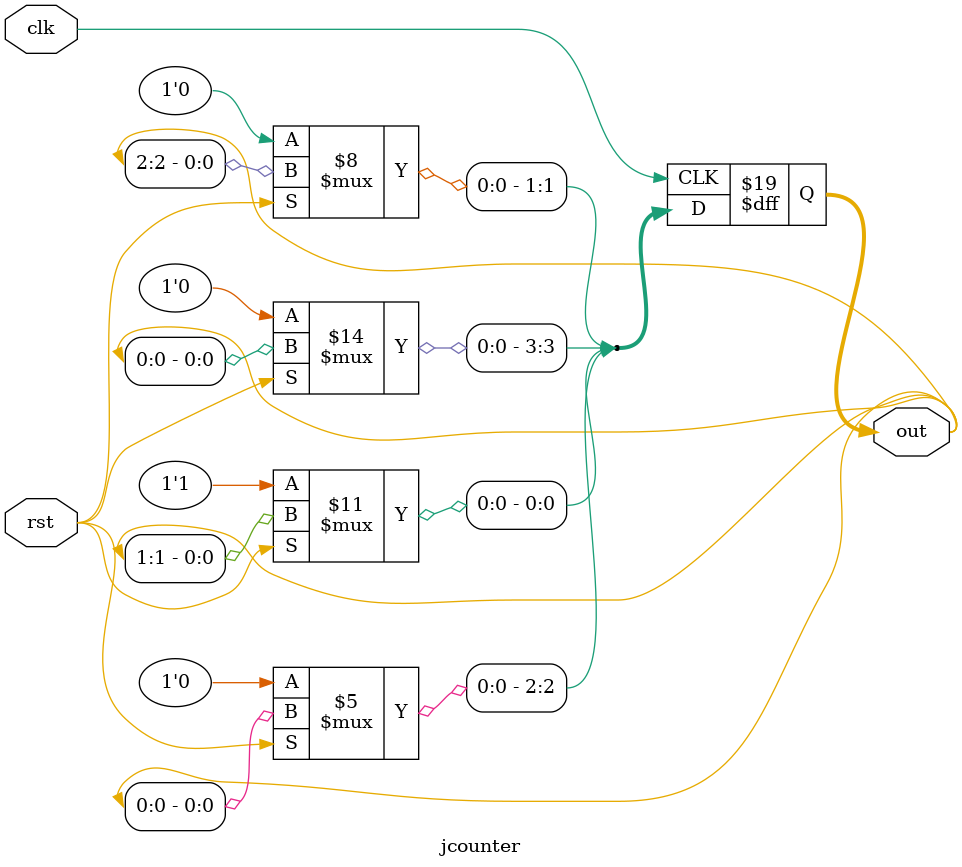
<source format=v>
module jcounter(out, rst, clk);
	parameter N = 4;
	input rst, clk;
	output reg[N-1:0] out;
	integer i;
	
	always @ (posedge clk) begin
		if(!rst)
			out <= 1;
		else begin
			out[N-1] = out[0];
			for(i = 0; i < N-1; i = i + 1) begin
				out[i] <= out[i+1];
			end
		end
	end
	
endmodule

</source>
